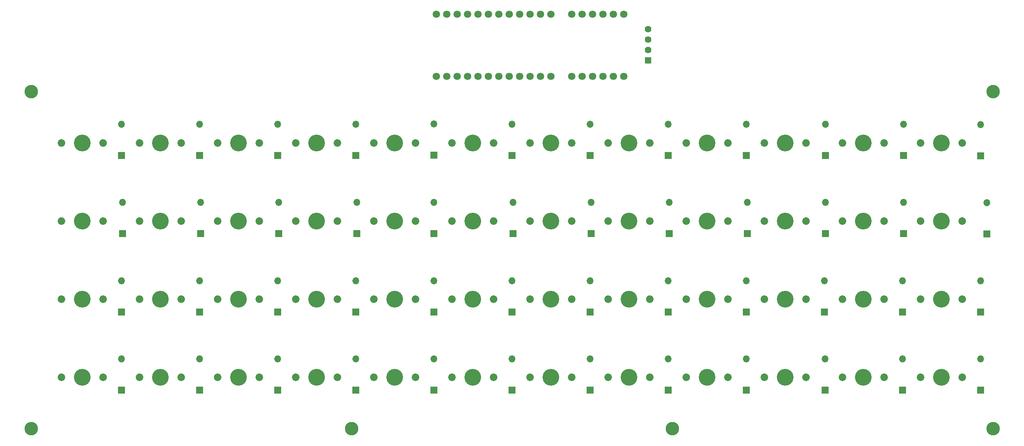
<source format=gbr>
%TF.GenerationSoftware,KiCad,Pcbnew,(5.1.6)-1*%
%TF.CreationDate,2020-06-06T18:37:03-05:00*%
%TF.ProjectId,cerkit48,6365726b-6974-4343-982e-6b696361645f,rev?*%
%TF.SameCoordinates,Original*%
%TF.FileFunction,Soldermask,Top*%
%TF.FilePolarity,Negative*%
%FSLAX46Y46*%
G04 Gerber Fmt 4.6, Leading zero omitted, Abs format (unit mm)*
G04 Created by KiCad (PCBNEW (5.1.6)-1) date 2020-06-06 18:37:03*
%MOMM*%
%LPD*%
G01*
G04 APERTURE LIST*
%ADD10C,3.300000*%
%ADD11C,4.087800*%
%ADD12C,1.850000*%
%ADD13O,1.700000X1.700000*%
%ADD14R,1.700000X1.700000*%
%ADD15C,1.800000*%
%ADD16C,1.624000*%
%ADD17R,1.624000X1.624000*%
G04 APERTURE END LIST*
D10*
%TO.C,H4*%
X258626509Y-52546803D03*
%TD*%
%TO.C,H6*%
X258641319Y-134750816D03*
%TD*%
%TO.C,H3*%
X180438257Y-134755565D03*
%TD*%
%TO.C,H2*%
X102232646Y-134761233D03*
%TD*%
D11*
%TO.C,SW30*%
X131762500Y-103187500D03*
D12*
X126682500Y-103187500D03*
X136842500Y-103187500D03*
%TD*%
D11*
%TO.C,SW26*%
X55562500Y-103187500D03*
D12*
X50482500Y-103187500D03*
X60642500Y-103187500D03*
%TD*%
D11*
%TO.C,SW31*%
X150812500Y-103187500D03*
D12*
X145732500Y-103187500D03*
X155892500Y-103187500D03*
%TD*%
D11*
%TO.C,SW28*%
X93662500Y-103187500D03*
D12*
X88582500Y-103187500D03*
X98742500Y-103187500D03*
%TD*%
D11*
%TO.C,SW25*%
X36512500Y-103187500D03*
D12*
X31432500Y-103187500D03*
X41592500Y-103187500D03*
%TD*%
D11*
%TO.C,SW29*%
X112712500Y-103187500D03*
D12*
X107632500Y-103187500D03*
X117792500Y-103187500D03*
%TD*%
D11*
%TO.C,SW34*%
X207962500Y-103187500D03*
D12*
X202882500Y-103187500D03*
X213042500Y-103187500D03*
%TD*%
%TO.C,SW36*%
X251142500Y-103187500D03*
X240982500Y-103187500D03*
D11*
X246062500Y-103187500D03*
%TD*%
%TO.C,SW32*%
X169862500Y-103187500D03*
D12*
X164782500Y-103187500D03*
X174942500Y-103187500D03*
%TD*%
D11*
%TO.C,SW27*%
X74612500Y-103187500D03*
D12*
X69532500Y-103187500D03*
X79692500Y-103187500D03*
%TD*%
D11*
%TO.C,SW33*%
X188912500Y-103187500D03*
D12*
X183832500Y-103187500D03*
X193992500Y-103187500D03*
%TD*%
D11*
%TO.C,SW35*%
X227012500Y-103187500D03*
D12*
X221932500Y-103187500D03*
X232092500Y-103187500D03*
%TD*%
D13*
%TO.C,D34*%
X217487500Y-98742500D03*
D14*
X217487500Y-106362500D03*
%TD*%
D13*
%TO.C,D44*%
X179387500Y-117792500D03*
D14*
X179387500Y-125412500D03*
%TD*%
D11*
%TO.C,SW14*%
X55562500Y-84137500D03*
D12*
X50482500Y-84137500D03*
X60642500Y-84137500D03*
%TD*%
D11*
%TO.C,SW2*%
X55562500Y-65117832D03*
D12*
X50482500Y-65117832D03*
X60642500Y-65117832D03*
%TD*%
D11*
%TO.C,SW19*%
X150812500Y-84137500D03*
D12*
X145732500Y-84137500D03*
X155892500Y-84137500D03*
%TD*%
D13*
%TO.C,D43*%
X160337500Y-117792500D03*
D14*
X160337500Y-125412500D03*
%TD*%
D11*
%TO.C,SW7*%
X150812500Y-65087500D03*
D12*
X145732500Y-65087500D03*
X155892500Y-65087500D03*
%TD*%
D11*
%TO.C,SW47*%
X227012500Y-122237500D03*
D12*
X221932500Y-122237500D03*
X232092500Y-122237500D03*
%TD*%
D11*
%TO.C,SW46*%
X207962500Y-122237500D03*
D12*
X202882500Y-122237500D03*
X213042500Y-122237500D03*
%TD*%
D11*
%TO.C,SW5*%
X112712500Y-65087500D03*
D12*
X107632500Y-65087500D03*
X117792500Y-65087500D03*
%TD*%
D11*
%TO.C,SW8*%
X169862500Y-65087500D03*
D12*
X164782500Y-65087500D03*
X174942500Y-65087500D03*
%TD*%
D11*
%TO.C,SW48*%
X246062500Y-122237500D03*
D12*
X240982500Y-122237500D03*
X251142500Y-122237500D03*
%TD*%
D11*
%TO.C,SW45*%
X188912500Y-122237500D03*
D12*
X183832500Y-122237500D03*
X193992500Y-122237500D03*
%TD*%
D11*
%TO.C,SW44*%
X169862500Y-122237500D03*
D12*
X164782500Y-122237500D03*
X174942500Y-122237500D03*
%TD*%
D11*
%TO.C,SW21*%
X188912500Y-84137500D03*
D12*
X183832500Y-84137500D03*
X193992500Y-84137500D03*
%TD*%
D11*
%TO.C,SW18*%
X131762500Y-84137500D03*
D12*
X126682500Y-84137500D03*
X136842500Y-84137500D03*
%TD*%
D11*
%TO.C,SW12*%
X246062500Y-65087500D03*
D12*
X240982500Y-65087500D03*
X251142500Y-65087500D03*
%TD*%
D11*
%TO.C,SW10*%
X207962500Y-65087500D03*
D12*
X202882500Y-65087500D03*
X213042500Y-65087500D03*
%TD*%
D11*
%TO.C,SW24*%
X246062500Y-84137500D03*
D12*
X240982500Y-84137500D03*
X251142500Y-84137500D03*
%TD*%
D11*
%TO.C,SW22*%
X207962500Y-84137500D03*
D12*
X202882500Y-84137500D03*
X213042500Y-84137500D03*
%TD*%
D11*
%TO.C,SW17*%
X112712500Y-84137500D03*
D12*
X107632500Y-84137500D03*
X117792500Y-84137500D03*
%TD*%
D11*
%TO.C,SW37*%
X36512500Y-122237500D03*
D12*
X31432500Y-122237500D03*
X41592500Y-122237500D03*
%TD*%
D11*
%TO.C,SW38*%
X55562500Y-122237500D03*
D12*
X50482500Y-122237500D03*
X60642500Y-122237500D03*
%TD*%
D11*
%TO.C,SW16*%
X93662500Y-84137500D03*
D12*
X88582500Y-84137500D03*
X98742500Y-84137500D03*
%TD*%
D11*
%TO.C,SW13*%
X36512500Y-84137500D03*
D12*
X31432500Y-84137500D03*
X41592500Y-84137500D03*
%TD*%
D11*
%TO.C,SW40*%
X93662500Y-122237500D03*
D12*
X88582500Y-122237500D03*
X98742500Y-122237500D03*
%TD*%
D11*
%TO.C,SW20*%
X169862500Y-84137500D03*
D12*
X164782500Y-84137500D03*
X174942500Y-84137500D03*
%TD*%
D11*
%TO.C,SW41*%
X112712500Y-122237500D03*
D12*
X107632500Y-122237500D03*
X117792500Y-122237500D03*
%TD*%
D11*
%TO.C,SW42*%
X131762500Y-122237500D03*
D12*
X126682500Y-122237500D03*
X136842500Y-122237500D03*
%TD*%
D11*
%TO.C,SW43*%
X150812500Y-122237500D03*
D12*
X145732500Y-122237500D03*
X155892500Y-122237500D03*
%TD*%
D11*
%TO.C,SW39*%
X74612500Y-122237500D03*
D12*
X69532500Y-122237500D03*
X79692500Y-122237500D03*
%TD*%
D11*
%TO.C,SW23*%
X227012500Y-84137500D03*
D12*
X221932500Y-84137500D03*
X232092500Y-84137500D03*
%TD*%
D11*
%TO.C,SW15*%
X74612500Y-84137500D03*
D12*
X69532500Y-84137500D03*
X79692500Y-84137500D03*
%TD*%
D11*
%TO.C,SW11*%
X227012500Y-65087500D03*
D12*
X221932500Y-65087500D03*
X232092500Y-65087500D03*
%TD*%
D11*
%TO.C,SW6*%
X131762500Y-65087500D03*
D12*
X126682500Y-65087500D03*
X136842500Y-65087500D03*
%TD*%
D11*
%TO.C,SW3*%
X74612500Y-65087500D03*
D12*
X69532500Y-65087500D03*
X79692500Y-65087500D03*
%TD*%
D13*
%TO.C,D48*%
X255587500Y-117792500D03*
D14*
X255587500Y-125412500D03*
%TD*%
D13*
%TO.C,D47*%
X236537500Y-117792500D03*
D14*
X236537500Y-125412500D03*
%TD*%
D13*
%TO.C,D42*%
X141287500Y-117792500D03*
D14*
X141287500Y-125412500D03*
%TD*%
D13*
%TO.C,D46*%
X217678000Y-117729000D03*
D14*
X217678000Y-125349000D03*
%TD*%
D13*
%TO.C,D41*%
X122237500Y-117792500D03*
D14*
X122237500Y-125412500D03*
%TD*%
D13*
%TO.C,D45*%
X198437500Y-117792500D03*
D14*
X198437500Y-125412500D03*
%TD*%
%TO.C,D37*%
X46037500Y-125412500D03*
D13*
X46037500Y-117792500D03*
%TD*%
%TO.C,D36*%
X255587500Y-98742500D03*
D14*
X255587500Y-106362500D03*
%TD*%
D13*
%TO.C,D35*%
X236537500Y-98742500D03*
D14*
X236537500Y-106362500D03*
%TD*%
D13*
%TO.C,D33*%
X198437500Y-98742500D03*
D14*
X198437500Y-106362500D03*
%TD*%
D11*
%TO.C,SW4*%
X93662500Y-65087500D03*
D12*
X88582500Y-65087500D03*
X98742500Y-65087500D03*
%TD*%
D11*
%TO.C,SW1*%
X36520078Y-65117832D03*
D12*
X31440078Y-65117832D03*
X41600078Y-65117832D03*
%TD*%
D14*
%TO.C,D39*%
X84137500Y-125412500D03*
D13*
X84137500Y-117792500D03*
%TD*%
%TO.C,D38*%
X65087500Y-117792500D03*
D14*
X65087500Y-125412500D03*
%TD*%
D11*
%TO.C,SW9*%
X188912500Y-65087500D03*
D12*
X183832500Y-65087500D03*
X193992500Y-65087500D03*
%TD*%
D13*
%TO.C,D40*%
X103187500Y-117792500D03*
D14*
X103187500Y-125412500D03*
%TD*%
D13*
%TO.C,D8*%
X179451000Y-60483750D03*
D14*
X179451000Y-68103750D03*
%TD*%
D13*
%TO.C,D7*%
X160401000Y-60483750D03*
D14*
X160401000Y-68103750D03*
%TD*%
D13*
%TO.C,D17*%
X122301000Y-79533750D03*
D14*
X122301000Y-87153750D03*
%TD*%
D13*
%TO.C,D18*%
X141605000Y-79533750D03*
D14*
X141605000Y-87153750D03*
%TD*%
D13*
%TO.C,D31*%
X160337500Y-98742500D03*
D14*
X160337500Y-106362500D03*
%TD*%
D13*
%TO.C,D29*%
X122237500Y-98742500D03*
D14*
X122237500Y-106362500D03*
%TD*%
%TO.C,D25*%
X46037500Y-106362500D03*
D13*
X46037500Y-98742500D03*
%TD*%
%TO.C,D22*%
X217805000Y-79533750D03*
D14*
X217805000Y-87153750D03*
%TD*%
D13*
%TO.C,D16*%
X103505000Y-79533750D03*
D14*
X103505000Y-87153750D03*
%TD*%
D13*
%TO.C,D4*%
X103251000Y-60483750D03*
D14*
X103251000Y-68103750D03*
%TD*%
D13*
%TO.C,D32*%
X179387500Y-98742500D03*
D14*
X179387500Y-106362500D03*
%TD*%
D13*
%TO.C,D26*%
X65087500Y-98742500D03*
D14*
X65087500Y-106362500D03*
%TD*%
D13*
%TO.C,D19*%
X160655000Y-79533750D03*
D14*
X160655000Y-87153750D03*
%TD*%
D13*
%TO.C,D24*%
X257175000Y-79692500D03*
D14*
X257175000Y-87312500D03*
%TD*%
D13*
%TO.C,D11*%
X236855000Y-60483750D03*
D14*
X236855000Y-68103750D03*
%TD*%
D13*
%TO.C,D14*%
X65405000Y-79533750D03*
D14*
X65405000Y-87153750D03*
%TD*%
D13*
%TO.C,D10*%
X217805000Y-60483750D03*
D14*
X217805000Y-68103750D03*
%TD*%
D13*
%TO.C,D30*%
X141287500Y-98742500D03*
D14*
X141287500Y-106362500D03*
%TD*%
D13*
%TO.C,D9*%
X198501000Y-60483750D03*
D14*
X198501000Y-68103750D03*
%TD*%
D13*
%TO.C,D20*%
X179705000Y-79533750D03*
D14*
X179705000Y-87153750D03*
%TD*%
D13*
%TO.C,D12*%
X255587500Y-60642500D03*
D14*
X255587500Y-68262500D03*
%TD*%
D13*
%TO.C,D23*%
X236855000Y-79533750D03*
D14*
X236855000Y-87153750D03*
%TD*%
%TO.C,D3*%
X84201000Y-68103750D03*
D13*
X84201000Y-60483750D03*
%TD*%
%TO.C,D2*%
X65151000Y-60483750D03*
D14*
X65151000Y-68103750D03*
%TD*%
%TO.C,D1*%
X46101000Y-68103750D03*
D13*
X46101000Y-60483750D03*
%TD*%
%TO.C,D21*%
X198755000Y-79533750D03*
D14*
X198755000Y-87153750D03*
%TD*%
D13*
%TO.C,D28*%
X103187500Y-98742500D03*
D14*
X103187500Y-106362500D03*
%TD*%
%TO.C,D27*%
X84137500Y-106362500D03*
D13*
X84137500Y-98742500D03*
%TD*%
D14*
%TO.C,D13*%
X46355000Y-87153750D03*
D13*
X46355000Y-79533750D03*
%TD*%
D14*
%TO.C,D15*%
X84455000Y-87153750D03*
D13*
X84455000Y-79533750D03*
%TD*%
%TO.C,D6*%
X141351000Y-60483750D03*
D14*
X141351000Y-68103750D03*
%TD*%
D13*
%TO.C,D5*%
X122301000Y-60452000D03*
D14*
X122301000Y-68072000D03*
%TD*%
D15*
%TO.C,U1*%
X168582500Y-33660000D03*
X166042500Y-33660000D03*
X160962500Y-33660000D03*
X163502500Y-33660000D03*
X155882500Y-33660000D03*
X158422500Y-33660000D03*
X150802500Y-33660000D03*
X143182500Y-33660000D03*
X148262500Y-33660000D03*
X145722500Y-33660000D03*
X140642500Y-33660000D03*
X138102500Y-33660000D03*
X135562500Y-33660000D03*
X130482500Y-33660000D03*
X133022500Y-33660000D03*
X127942500Y-33660000D03*
X125402500Y-33660000D03*
X155882500Y-48875000D03*
X168582500Y-48875000D03*
X160962500Y-48875000D03*
X166042500Y-48875000D03*
X163502500Y-48875000D03*
X158422500Y-48875000D03*
X150802500Y-48875000D03*
X148262500Y-48875000D03*
X145722500Y-48875000D03*
X143182500Y-48875000D03*
X140642500Y-48875000D03*
X138102500Y-48875000D03*
X135562500Y-48875000D03*
X133022500Y-48875000D03*
X130482500Y-48875000D03*
X127942500Y-48875000D03*
X122862500Y-48875000D03*
X125402500Y-48875000D03*
X122862500Y-33660000D03*
%TD*%
D16*
%TO.C,J1*%
X174498000Y-37338000D03*
X174498000Y-39878000D03*
X174498000Y-42418000D03*
D17*
X174498000Y-44958000D03*
%TD*%
D10*
%TO.C,H5*%
X24028568Y-134748724D03*
%TD*%
%TO.C,H1*%
X24031528Y-52546695D03*
%TD*%
M02*

</source>
